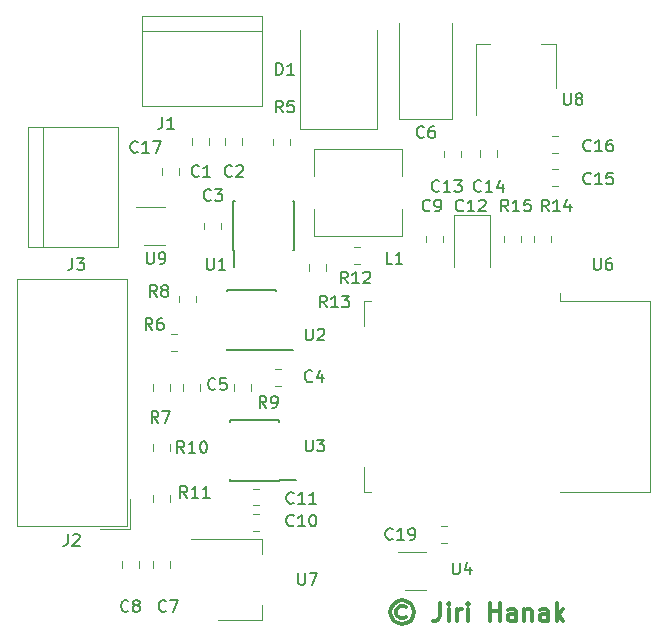
<source format=gbr>
G04 #@! TF.GenerationSoftware,KiCad,Pcbnew,5.0.2-bee76a0~70~ubuntu18.04.1*
G04 #@! TF.CreationDate,2019-05-14T19:54:41+02:00*
G04 #@! TF.ProjectId,support_board,73757070-6f72-4745-9f62-6f6172642e6b,rev?*
G04 #@! TF.SameCoordinates,Original*
G04 #@! TF.FileFunction,Legend,Top*
G04 #@! TF.FilePolarity,Positive*
%FSLAX46Y46*%
G04 Gerber Fmt 4.6, Leading zero omitted, Abs format (unit mm)*
G04 Created by KiCad (PCBNEW 5.0.2-bee76a0~70~ubuntu18.04.1) date Út 14. května 2019, 19:54:41 CEST*
%MOMM*%
%LPD*%
G01*
G04 APERTURE LIST*
%ADD10C,0.300000*%
%ADD11C,0.120000*%
%ADD12C,0.150000*%
G04 APERTURE END LIST*
D10*
X152587285Y-120947714D02*
X152444428Y-120876285D01*
X152158714Y-120876285D01*
X152015857Y-120947714D01*
X151873000Y-121090571D01*
X151801571Y-121233428D01*
X151801571Y-121519142D01*
X151873000Y-121662000D01*
X152015857Y-121804857D01*
X152158714Y-121876285D01*
X152444428Y-121876285D01*
X152587285Y-121804857D01*
X152301571Y-120376285D02*
X151944428Y-120447714D01*
X151587285Y-120662000D01*
X151373000Y-121019142D01*
X151301571Y-121376285D01*
X151373000Y-121733428D01*
X151587285Y-122090571D01*
X151944428Y-122304857D01*
X152301571Y-122376285D01*
X152658714Y-122304857D01*
X153015857Y-122090571D01*
X153230142Y-121733428D01*
X153301571Y-121376285D01*
X153230142Y-121019142D01*
X153015857Y-120662000D01*
X152658714Y-120447714D01*
X152301571Y-120376285D01*
X155515857Y-120590571D02*
X155515857Y-121662000D01*
X155444428Y-121876285D01*
X155301571Y-122019142D01*
X155087285Y-122090571D01*
X154944428Y-122090571D01*
X156230142Y-122090571D02*
X156230142Y-121090571D01*
X156230142Y-120590571D02*
X156158714Y-120662000D01*
X156230142Y-120733428D01*
X156301571Y-120662000D01*
X156230142Y-120590571D01*
X156230142Y-120733428D01*
X156944428Y-122090571D02*
X156944428Y-121090571D01*
X156944428Y-121376285D02*
X157015857Y-121233428D01*
X157087285Y-121162000D01*
X157230142Y-121090571D01*
X157373000Y-121090571D01*
X157873000Y-122090571D02*
X157873000Y-121090571D01*
X157873000Y-120590571D02*
X157801571Y-120662000D01*
X157873000Y-120733428D01*
X157944428Y-120662000D01*
X157873000Y-120590571D01*
X157873000Y-120733428D01*
X159730142Y-122090571D02*
X159730142Y-120590571D01*
X159730142Y-121304857D02*
X160587285Y-121304857D01*
X160587285Y-122090571D02*
X160587285Y-120590571D01*
X161944428Y-122090571D02*
X161944428Y-121304857D01*
X161873000Y-121162000D01*
X161730142Y-121090571D01*
X161444428Y-121090571D01*
X161301571Y-121162000D01*
X161944428Y-122019142D02*
X161801571Y-122090571D01*
X161444428Y-122090571D01*
X161301571Y-122019142D01*
X161230142Y-121876285D01*
X161230142Y-121733428D01*
X161301571Y-121590571D01*
X161444428Y-121519142D01*
X161801571Y-121519142D01*
X161944428Y-121447714D01*
X162658714Y-121090571D02*
X162658714Y-122090571D01*
X162658714Y-121233428D02*
X162730142Y-121162000D01*
X162873000Y-121090571D01*
X163087285Y-121090571D01*
X163230142Y-121162000D01*
X163301571Y-121304857D01*
X163301571Y-122090571D01*
X164658714Y-122090571D02*
X164658714Y-121304857D01*
X164587285Y-121162000D01*
X164444428Y-121090571D01*
X164158714Y-121090571D01*
X164015857Y-121162000D01*
X164658714Y-122019142D02*
X164515857Y-122090571D01*
X164158714Y-122090571D01*
X164015857Y-122019142D01*
X163944428Y-121876285D01*
X163944428Y-121733428D01*
X164015857Y-121590571D01*
X164158714Y-121519142D01*
X164515857Y-121519142D01*
X164658714Y-121447714D01*
X165373000Y-122090571D02*
X165373000Y-120590571D01*
X165515857Y-121519142D02*
X165944428Y-122090571D01*
X165944428Y-121090571D02*
X165373000Y-121662000D01*
D11*
G04 #@! TO.C,J2*
X129258000Y-114312000D02*
X126718000Y-114312000D01*
X129258000Y-114312000D02*
X129258000Y-111772000D01*
X129008000Y-114062000D02*
X119658000Y-114062000D01*
X129008000Y-93202000D02*
X129008000Y-114062000D01*
X119658000Y-93202000D02*
X129008000Y-93202000D01*
X119658000Y-114062000D02*
X119658000Y-93202000D01*
G04 #@! TO.C,R12*
X148715252Y-90476000D02*
X148192748Y-90476000D01*
X148715252Y-91896000D02*
X148192748Y-91896000D01*
G04 #@! TO.C,U6*
X165663000Y-95004000D02*
X165663000Y-94394000D01*
X165663000Y-95004000D02*
X173283000Y-95004000D01*
X149043000Y-95004000D02*
X149663000Y-95004000D01*
X149043000Y-97124000D02*
X149043000Y-95004000D01*
X149043000Y-111244000D02*
X149043000Y-109124000D01*
X149663000Y-111244000D02*
X149043000Y-111244000D01*
X173283000Y-111244000D02*
X165663000Y-111244000D01*
X173283000Y-95004000D02*
X173283000Y-111244000D01*
G04 #@! TO.C,D1*
X143689000Y-80492000D02*
X143689000Y-72092000D01*
X150189000Y-80492000D02*
X150189000Y-72092000D01*
X150189000Y-80492000D02*
X143689000Y-80492000D01*
G04 #@! TO.C,R15*
X160961000Y-89518748D02*
X160961000Y-90041252D01*
X162381000Y-89518748D02*
X162381000Y-90041252D01*
D12*
G04 #@! TO.C,U3*
X141902000Y-110221000D02*
X143302000Y-110221000D01*
X141902000Y-105121000D02*
X137752000Y-105121000D01*
X141902000Y-110271000D02*
X137752000Y-110271000D01*
X141902000Y-105121000D02*
X141902000Y-105266000D01*
X137752000Y-105121000D02*
X137752000Y-105266000D01*
X137752000Y-110271000D02*
X137752000Y-110126000D01*
X141902000Y-110271000D02*
X141902000Y-110221000D01*
D11*
G04 #@! TO.C,U4*
X154363000Y-116312000D02*
X151913000Y-116312000D01*
X152563000Y-119532000D02*
X154363000Y-119532000D01*
D12*
G04 #@! TO.C,U2*
X141648000Y-99172000D02*
X143048000Y-99172000D01*
X141648000Y-94072000D02*
X137498000Y-94072000D01*
X141648000Y-99222000D02*
X137498000Y-99222000D01*
X141648000Y-94072000D02*
X141648000Y-94217000D01*
X137498000Y-94072000D02*
X137498000Y-94217000D01*
X137498000Y-99222000D02*
X137498000Y-99077000D01*
X141648000Y-99222000D02*
X141648000Y-99172000D01*
D11*
G04 #@! TO.C,R14*
X163501000Y-89518748D02*
X163501000Y-90041252D01*
X164921000Y-89518748D02*
X164921000Y-90041252D01*
G04 #@! TO.C,C1*
X134545000Y-81272748D02*
X134545000Y-81795252D01*
X135965000Y-81272748D02*
X135965000Y-81795252D01*
G04 #@! TO.C,C2*
X137339000Y-81263748D02*
X137339000Y-81786252D01*
X138759000Y-81263748D02*
X138759000Y-81786252D01*
G04 #@! TO.C,C3*
X135561000Y-88393748D02*
X135561000Y-88916252D01*
X136981000Y-88393748D02*
X136981000Y-88916252D01*
G04 #@! TO.C,C4*
X142060452Y-100788400D02*
X141537948Y-100788400D01*
X142060452Y-102208400D02*
X141537948Y-102208400D01*
G04 #@! TO.C,C5*
X135203000Y-102614252D02*
X135203000Y-102091748D01*
X133783000Y-102614252D02*
X133783000Y-102091748D01*
G04 #@! TO.C,C7*
X131243000Y-117077748D02*
X131243000Y-117600252D01*
X132663000Y-117077748D02*
X132663000Y-117600252D01*
G04 #@! TO.C,C8*
X128576000Y-117077748D02*
X128576000Y-117600252D01*
X129996000Y-117077748D02*
X129996000Y-117600252D01*
G04 #@! TO.C,C9*
X154357000Y-89536748D02*
X154357000Y-90059252D01*
X155777000Y-89536748D02*
X155777000Y-90059252D01*
G04 #@! TO.C,C10*
X139701748Y-114502000D02*
X140224252Y-114502000D01*
X139701748Y-113082000D02*
X140224252Y-113082000D01*
G04 #@! TO.C,C11*
X139701748Y-112343000D02*
X140224252Y-112343000D01*
X139701748Y-110923000D02*
X140224252Y-110923000D01*
G04 #@! TO.C,C13*
X155881000Y-82297748D02*
X155881000Y-82820252D01*
X157301000Y-82297748D02*
X157301000Y-82820252D01*
G04 #@! TO.C,C14*
X158929000Y-82288748D02*
X158929000Y-82811252D01*
X160349000Y-82288748D02*
X160349000Y-82811252D01*
G04 #@! TO.C,C15*
X164965748Y-85292000D02*
X165488252Y-85292000D01*
X164965748Y-83872000D02*
X165488252Y-83872000D01*
G04 #@! TO.C,C16*
X164965748Y-82498000D02*
X165488252Y-82498000D01*
X164965748Y-81078000D02*
X165488252Y-81078000D01*
G04 #@! TO.C,J1*
X140462000Y-70866000D02*
X130302000Y-70866000D01*
X140462000Y-78486000D02*
X140462000Y-70866000D01*
X130302000Y-78486000D02*
X140462000Y-78486000D01*
X130302000Y-70866000D02*
X130302000Y-78486000D01*
X130302000Y-72136000D02*
X140462000Y-72136000D01*
G04 #@! TO.C,J3*
X120650000Y-80264000D02*
X120650000Y-90424000D01*
X128270000Y-80264000D02*
X120650000Y-80264000D01*
X128270000Y-90424000D02*
X128270000Y-80264000D01*
X120650000Y-90424000D02*
X128270000Y-90424000D01*
X121920000Y-90424000D02*
X121920000Y-80264000D01*
G04 #@! TO.C,R5*
X142823000Y-81804252D02*
X142823000Y-81281748D01*
X141403000Y-81804252D02*
X141403000Y-81281748D01*
G04 #@! TO.C,R6*
X133221252Y-97842000D02*
X132698748Y-97842000D01*
X133221252Y-99262000D02*
X132698748Y-99262000D01*
G04 #@! TO.C,R7*
X131243000Y-102091748D02*
X131243000Y-102614252D01*
X132663000Y-102091748D02*
X132663000Y-102614252D01*
G04 #@! TO.C,R8*
X134822000Y-95121252D02*
X134822000Y-94598748D01*
X133402000Y-95121252D02*
X133402000Y-94598748D01*
G04 #@! TO.C,R9*
X138101000Y-102091748D02*
X138101000Y-102614252D01*
X139521000Y-102091748D02*
X139521000Y-102614252D01*
G04 #@! TO.C,R10*
X131243000Y-107171748D02*
X131243000Y-107694252D01*
X132663000Y-107171748D02*
X132663000Y-107694252D01*
G04 #@! TO.C,R11*
X131243000Y-111498748D02*
X131243000Y-112021252D01*
X132663000Y-111498748D02*
X132663000Y-112021252D01*
D12*
G04 #@! TO.C,U1*
X138064000Y-90721000D02*
X138064000Y-92121000D01*
X143164000Y-90721000D02*
X143164000Y-86571000D01*
X138014000Y-90721000D02*
X138014000Y-86571000D01*
X143164000Y-90721000D02*
X143019000Y-90721000D01*
X143164000Y-86571000D02*
X143019000Y-86571000D01*
X138014000Y-86571000D02*
X138159000Y-86571000D01*
X138014000Y-90721000D02*
X138064000Y-90721000D01*
D11*
G04 #@! TO.C,U7*
X134457000Y-115208000D02*
X140467000Y-115208000D01*
X136707000Y-122028000D02*
X140467000Y-122028000D01*
X140467000Y-115208000D02*
X140467000Y-116468000D01*
X140467000Y-122028000D02*
X140467000Y-120768000D01*
G04 #@! TO.C,U8*
X158515000Y-79284000D02*
X158515000Y-73274000D01*
X165335000Y-77034000D02*
X165335000Y-73274000D01*
X158515000Y-73274000D02*
X159775000Y-73274000D01*
X165335000Y-73274000D02*
X164075000Y-73274000D01*
G04 #@! TO.C,R13*
X144451000Y-91931748D02*
X144451000Y-92454252D01*
X145871000Y-91931748D02*
X145871000Y-92454252D01*
G04 #@! TO.C,C6*
X156565000Y-79594000D02*
X156565000Y-71534000D01*
X152045000Y-79594000D02*
X156565000Y-79594000D01*
X152045000Y-71534000D02*
X152045000Y-79594000D01*
G04 #@! TO.C,U9*
X132218000Y-87036000D02*
X129768000Y-87036000D01*
X130418000Y-90256000D02*
X132218000Y-90256000D01*
G04 #@! TO.C,L1*
X152265000Y-82152000D02*
X152265000Y-84452000D01*
X144865000Y-82152000D02*
X152265000Y-82152000D01*
X144865000Y-84452000D02*
X144865000Y-82152000D01*
X144865000Y-89552000D02*
X144865000Y-87252000D01*
X152265000Y-89552000D02*
X144865000Y-89552000D01*
X152265000Y-87252000D02*
X152265000Y-89552000D01*
G04 #@! TO.C,C12*
X156732000Y-87789000D02*
X156732000Y-92174000D01*
X159752000Y-87789000D02*
X156732000Y-87789000D01*
X159752000Y-92174000D02*
X159752000Y-87789000D01*
G04 #@! TO.C,C17*
X132005000Y-83803748D02*
X132005000Y-84326252D01*
X133425000Y-83803748D02*
X133425000Y-84326252D01*
G04 #@! TO.C,C19*
X156081252Y-114098000D02*
X155558748Y-114098000D01*
X156081252Y-115518000D02*
X155558748Y-115518000D01*
G04 #@! TO.C,J2*
D12*
X123999666Y-114768380D02*
X123999666Y-115482666D01*
X123952047Y-115625523D01*
X123856809Y-115720761D01*
X123713952Y-115768380D01*
X123618714Y-115768380D01*
X124428238Y-114863619D02*
X124475857Y-114816000D01*
X124571095Y-114768380D01*
X124809190Y-114768380D01*
X124904428Y-114816000D01*
X124952047Y-114863619D01*
X124999666Y-114958857D01*
X124999666Y-115054095D01*
X124952047Y-115196952D01*
X124380619Y-115768380D01*
X124999666Y-115768380D01*
G04 #@! TO.C,R12*
X147693142Y-93543380D02*
X147359809Y-93067190D01*
X147121714Y-93543380D02*
X147121714Y-92543380D01*
X147502666Y-92543380D01*
X147597904Y-92591000D01*
X147645523Y-92638619D01*
X147693142Y-92733857D01*
X147693142Y-92876714D01*
X147645523Y-92971952D01*
X147597904Y-93019571D01*
X147502666Y-93067190D01*
X147121714Y-93067190D01*
X148645523Y-93543380D02*
X148074095Y-93543380D01*
X148359809Y-93543380D02*
X148359809Y-92543380D01*
X148264571Y-92686238D01*
X148169333Y-92781476D01*
X148074095Y-92829095D01*
X149026476Y-92638619D02*
X149074095Y-92591000D01*
X149169333Y-92543380D01*
X149407428Y-92543380D01*
X149502666Y-92591000D01*
X149550285Y-92638619D01*
X149597904Y-92733857D01*
X149597904Y-92829095D01*
X149550285Y-92971952D01*
X148978857Y-93543380D01*
X149597904Y-93543380D01*
G04 #@! TO.C,U6*
X168529095Y-91400380D02*
X168529095Y-92209904D01*
X168576714Y-92305142D01*
X168624333Y-92352761D01*
X168719571Y-92400380D01*
X168910047Y-92400380D01*
X169005285Y-92352761D01*
X169052904Y-92305142D01*
X169100523Y-92209904D01*
X169100523Y-91400380D01*
X170005285Y-91400380D02*
X169814809Y-91400380D01*
X169719571Y-91448000D01*
X169671952Y-91495619D01*
X169576714Y-91638476D01*
X169529095Y-91828952D01*
X169529095Y-92209904D01*
X169576714Y-92305142D01*
X169624333Y-92352761D01*
X169719571Y-92400380D01*
X169910047Y-92400380D01*
X170005285Y-92352761D01*
X170052904Y-92305142D01*
X170100523Y-92209904D01*
X170100523Y-91971809D01*
X170052904Y-91876571D01*
X170005285Y-91828952D01*
X169910047Y-91781333D01*
X169719571Y-91781333D01*
X169624333Y-91828952D01*
X169576714Y-91876571D01*
X169529095Y-91971809D01*
G04 #@! TO.C,D1*
X141628904Y-75890380D02*
X141628904Y-74890380D01*
X141867000Y-74890380D01*
X142009857Y-74938000D01*
X142105095Y-75033238D01*
X142152714Y-75128476D01*
X142200333Y-75318952D01*
X142200333Y-75461809D01*
X142152714Y-75652285D01*
X142105095Y-75747523D01*
X142009857Y-75842761D01*
X141867000Y-75890380D01*
X141628904Y-75890380D01*
X143152714Y-75890380D02*
X142581285Y-75890380D01*
X142867000Y-75890380D02*
X142867000Y-74890380D01*
X142771761Y-75033238D01*
X142676523Y-75128476D01*
X142581285Y-75176095D01*
G04 #@! TO.C,R15*
X161282142Y-87447380D02*
X160948809Y-86971190D01*
X160710714Y-87447380D02*
X160710714Y-86447380D01*
X161091666Y-86447380D01*
X161186904Y-86495000D01*
X161234523Y-86542619D01*
X161282142Y-86637857D01*
X161282142Y-86780714D01*
X161234523Y-86875952D01*
X161186904Y-86923571D01*
X161091666Y-86971190D01*
X160710714Y-86971190D01*
X162234523Y-87447380D02*
X161663095Y-87447380D01*
X161948809Y-87447380D02*
X161948809Y-86447380D01*
X161853571Y-86590238D01*
X161758333Y-86685476D01*
X161663095Y-86733095D01*
X163139285Y-86447380D02*
X162663095Y-86447380D01*
X162615476Y-86923571D01*
X162663095Y-86875952D01*
X162758333Y-86828333D01*
X162996428Y-86828333D01*
X163091666Y-86875952D01*
X163139285Y-86923571D01*
X163186904Y-87018809D01*
X163186904Y-87256904D01*
X163139285Y-87352142D01*
X163091666Y-87399761D01*
X162996428Y-87447380D01*
X162758333Y-87447380D01*
X162663095Y-87399761D01*
X162615476Y-87352142D01*
G04 #@! TO.C,U3*
X144145095Y-106767380D02*
X144145095Y-107576904D01*
X144192714Y-107672142D01*
X144240333Y-107719761D01*
X144335571Y-107767380D01*
X144526047Y-107767380D01*
X144621285Y-107719761D01*
X144668904Y-107672142D01*
X144716523Y-107576904D01*
X144716523Y-106767380D01*
X145097476Y-106767380D02*
X145716523Y-106767380D01*
X145383190Y-107148333D01*
X145526047Y-107148333D01*
X145621285Y-107195952D01*
X145668904Y-107243571D01*
X145716523Y-107338809D01*
X145716523Y-107576904D01*
X145668904Y-107672142D01*
X145621285Y-107719761D01*
X145526047Y-107767380D01*
X145240333Y-107767380D01*
X145145095Y-107719761D01*
X145097476Y-107672142D01*
G04 #@! TO.C,U4*
X156591095Y-117181380D02*
X156591095Y-117990904D01*
X156638714Y-118086142D01*
X156686333Y-118133761D01*
X156781571Y-118181380D01*
X156972047Y-118181380D01*
X157067285Y-118133761D01*
X157114904Y-118086142D01*
X157162523Y-117990904D01*
X157162523Y-117181380D01*
X158067285Y-117514714D02*
X158067285Y-118181380D01*
X157829190Y-117133761D02*
X157591095Y-117848047D01*
X158210142Y-117848047D01*
G04 #@! TO.C,U2*
X144145095Y-97369380D02*
X144145095Y-98178904D01*
X144192714Y-98274142D01*
X144240333Y-98321761D01*
X144335571Y-98369380D01*
X144526047Y-98369380D01*
X144621285Y-98321761D01*
X144668904Y-98274142D01*
X144716523Y-98178904D01*
X144716523Y-97369380D01*
X145145095Y-97464619D02*
X145192714Y-97417000D01*
X145287952Y-97369380D01*
X145526047Y-97369380D01*
X145621285Y-97417000D01*
X145668904Y-97464619D01*
X145716523Y-97559857D01*
X145716523Y-97655095D01*
X145668904Y-97797952D01*
X145097476Y-98369380D01*
X145716523Y-98369380D01*
G04 #@! TO.C,R14*
X164711142Y-87447380D02*
X164377809Y-86971190D01*
X164139714Y-87447380D02*
X164139714Y-86447380D01*
X164520666Y-86447380D01*
X164615904Y-86495000D01*
X164663523Y-86542619D01*
X164711142Y-86637857D01*
X164711142Y-86780714D01*
X164663523Y-86875952D01*
X164615904Y-86923571D01*
X164520666Y-86971190D01*
X164139714Y-86971190D01*
X165663523Y-87447380D02*
X165092095Y-87447380D01*
X165377809Y-87447380D02*
X165377809Y-86447380D01*
X165282571Y-86590238D01*
X165187333Y-86685476D01*
X165092095Y-86733095D01*
X166520666Y-86780714D02*
X166520666Y-87447380D01*
X166282571Y-86399761D02*
X166044476Y-87114047D01*
X166663523Y-87114047D01*
G04 #@! TO.C,C1*
X135088333Y-84431142D02*
X135040714Y-84478761D01*
X134897857Y-84526380D01*
X134802619Y-84526380D01*
X134659761Y-84478761D01*
X134564523Y-84383523D01*
X134516904Y-84288285D01*
X134469285Y-84097809D01*
X134469285Y-83954952D01*
X134516904Y-83764476D01*
X134564523Y-83669238D01*
X134659761Y-83574000D01*
X134802619Y-83526380D01*
X134897857Y-83526380D01*
X135040714Y-83574000D01*
X135088333Y-83621619D01*
X136040714Y-84526380D02*
X135469285Y-84526380D01*
X135755000Y-84526380D02*
X135755000Y-83526380D01*
X135659761Y-83669238D01*
X135564523Y-83764476D01*
X135469285Y-83812095D01*
G04 #@! TO.C,C2*
X137882333Y-84431142D02*
X137834714Y-84478761D01*
X137691857Y-84526380D01*
X137596619Y-84526380D01*
X137453761Y-84478761D01*
X137358523Y-84383523D01*
X137310904Y-84288285D01*
X137263285Y-84097809D01*
X137263285Y-83954952D01*
X137310904Y-83764476D01*
X137358523Y-83669238D01*
X137453761Y-83574000D01*
X137596619Y-83526380D01*
X137691857Y-83526380D01*
X137834714Y-83574000D01*
X137882333Y-83621619D01*
X138263285Y-83621619D02*
X138310904Y-83574000D01*
X138406142Y-83526380D01*
X138644238Y-83526380D01*
X138739476Y-83574000D01*
X138787095Y-83621619D01*
X138834714Y-83716857D01*
X138834714Y-83812095D01*
X138787095Y-83954952D01*
X138215666Y-84526380D01*
X138834714Y-84526380D01*
G04 #@! TO.C,C3*
X136104333Y-86463142D02*
X136056714Y-86510761D01*
X135913857Y-86558380D01*
X135818619Y-86558380D01*
X135675761Y-86510761D01*
X135580523Y-86415523D01*
X135532904Y-86320285D01*
X135485285Y-86129809D01*
X135485285Y-85986952D01*
X135532904Y-85796476D01*
X135580523Y-85701238D01*
X135675761Y-85606000D01*
X135818619Y-85558380D01*
X135913857Y-85558380D01*
X136056714Y-85606000D01*
X136104333Y-85653619D01*
X136437666Y-85558380D02*
X137056714Y-85558380D01*
X136723380Y-85939333D01*
X136866238Y-85939333D01*
X136961476Y-85986952D01*
X137009095Y-86034571D01*
X137056714Y-86129809D01*
X137056714Y-86367904D01*
X137009095Y-86463142D01*
X136961476Y-86510761D01*
X136866238Y-86558380D01*
X136580523Y-86558380D01*
X136485285Y-86510761D01*
X136437666Y-86463142D01*
G04 #@! TO.C,C4*
X144689533Y-101810200D02*
X144641914Y-101857819D01*
X144499057Y-101905438D01*
X144403819Y-101905438D01*
X144260961Y-101857819D01*
X144165723Y-101762581D01*
X144118104Y-101667343D01*
X144070485Y-101476867D01*
X144070485Y-101334010D01*
X144118104Y-101143534D01*
X144165723Y-101048296D01*
X144260961Y-100953058D01*
X144403819Y-100905438D01*
X144499057Y-100905438D01*
X144641914Y-100953058D01*
X144689533Y-101000677D01*
X145546676Y-101238772D02*
X145546676Y-101905438D01*
X145308580Y-100857819D02*
X145070485Y-101572105D01*
X145689533Y-101572105D01*
G04 #@! TO.C,C5*
X136485333Y-102465142D02*
X136437714Y-102512761D01*
X136294857Y-102560380D01*
X136199619Y-102560380D01*
X136056761Y-102512761D01*
X135961523Y-102417523D01*
X135913904Y-102322285D01*
X135866285Y-102131809D01*
X135866285Y-101988952D01*
X135913904Y-101798476D01*
X135961523Y-101703238D01*
X136056761Y-101608000D01*
X136199619Y-101560380D01*
X136294857Y-101560380D01*
X136437714Y-101608000D01*
X136485333Y-101655619D01*
X137390095Y-101560380D02*
X136913904Y-101560380D01*
X136866285Y-102036571D01*
X136913904Y-101988952D01*
X137009142Y-101941333D01*
X137247238Y-101941333D01*
X137342476Y-101988952D01*
X137390095Y-102036571D01*
X137437714Y-102131809D01*
X137437714Y-102369904D01*
X137390095Y-102465142D01*
X137342476Y-102512761D01*
X137247238Y-102560380D01*
X137009142Y-102560380D01*
X136913904Y-102512761D01*
X136866285Y-102465142D01*
G04 #@! TO.C,C7*
X132294333Y-121261142D02*
X132246714Y-121308761D01*
X132103857Y-121356380D01*
X132008619Y-121356380D01*
X131865761Y-121308761D01*
X131770523Y-121213523D01*
X131722904Y-121118285D01*
X131675285Y-120927809D01*
X131675285Y-120784952D01*
X131722904Y-120594476D01*
X131770523Y-120499238D01*
X131865761Y-120404000D01*
X132008619Y-120356380D01*
X132103857Y-120356380D01*
X132246714Y-120404000D01*
X132294333Y-120451619D01*
X132627666Y-120356380D02*
X133294333Y-120356380D01*
X132865761Y-121356380D01*
G04 #@! TO.C,C8*
X129119333Y-121252142D02*
X129071714Y-121299761D01*
X128928857Y-121347380D01*
X128833619Y-121347380D01*
X128690761Y-121299761D01*
X128595523Y-121204523D01*
X128547904Y-121109285D01*
X128500285Y-120918809D01*
X128500285Y-120775952D01*
X128547904Y-120585476D01*
X128595523Y-120490238D01*
X128690761Y-120395000D01*
X128833619Y-120347380D01*
X128928857Y-120347380D01*
X129071714Y-120395000D01*
X129119333Y-120442619D01*
X129690761Y-120775952D02*
X129595523Y-120728333D01*
X129547904Y-120680714D01*
X129500285Y-120585476D01*
X129500285Y-120537857D01*
X129547904Y-120442619D01*
X129595523Y-120395000D01*
X129690761Y-120347380D01*
X129881238Y-120347380D01*
X129976476Y-120395000D01*
X130024095Y-120442619D01*
X130071714Y-120537857D01*
X130071714Y-120585476D01*
X130024095Y-120680714D01*
X129976476Y-120728333D01*
X129881238Y-120775952D01*
X129690761Y-120775952D01*
X129595523Y-120823571D01*
X129547904Y-120871190D01*
X129500285Y-120966428D01*
X129500285Y-121156904D01*
X129547904Y-121252142D01*
X129595523Y-121299761D01*
X129690761Y-121347380D01*
X129881238Y-121347380D01*
X129976476Y-121299761D01*
X130024095Y-121252142D01*
X130071714Y-121156904D01*
X130071714Y-120966428D01*
X130024095Y-120871190D01*
X129976476Y-120823571D01*
X129881238Y-120775952D01*
G04 #@! TO.C,C9*
X154646333Y-87352142D02*
X154598714Y-87399761D01*
X154455857Y-87447380D01*
X154360619Y-87447380D01*
X154217761Y-87399761D01*
X154122523Y-87304523D01*
X154074904Y-87209285D01*
X154027285Y-87018809D01*
X154027285Y-86875952D01*
X154074904Y-86685476D01*
X154122523Y-86590238D01*
X154217761Y-86495000D01*
X154360619Y-86447380D01*
X154455857Y-86447380D01*
X154598714Y-86495000D01*
X154646333Y-86542619D01*
X155122523Y-87447380D02*
X155313000Y-87447380D01*
X155408238Y-87399761D01*
X155455857Y-87352142D01*
X155551095Y-87209285D01*
X155598714Y-87018809D01*
X155598714Y-86637857D01*
X155551095Y-86542619D01*
X155503476Y-86495000D01*
X155408238Y-86447380D01*
X155217761Y-86447380D01*
X155122523Y-86495000D01*
X155074904Y-86542619D01*
X155027285Y-86637857D01*
X155027285Y-86875952D01*
X155074904Y-86971190D01*
X155122523Y-87018809D01*
X155217761Y-87066428D01*
X155408238Y-87066428D01*
X155503476Y-87018809D01*
X155551095Y-86971190D01*
X155598714Y-86875952D01*
G04 #@! TO.C,C10*
X143121142Y-114022142D02*
X143073523Y-114069761D01*
X142930666Y-114117380D01*
X142835428Y-114117380D01*
X142692571Y-114069761D01*
X142597333Y-113974523D01*
X142549714Y-113879285D01*
X142502095Y-113688809D01*
X142502095Y-113545952D01*
X142549714Y-113355476D01*
X142597333Y-113260238D01*
X142692571Y-113165000D01*
X142835428Y-113117380D01*
X142930666Y-113117380D01*
X143073523Y-113165000D01*
X143121142Y-113212619D01*
X144073523Y-114117380D02*
X143502095Y-114117380D01*
X143787809Y-114117380D02*
X143787809Y-113117380D01*
X143692571Y-113260238D01*
X143597333Y-113355476D01*
X143502095Y-113403095D01*
X144692571Y-113117380D02*
X144787809Y-113117380D01*
X144883047Y-113165000D01*
X144930666Y-113212619D01*
X144978285Y-113307857D01*
X145025904Y-113498333D01*
X145025904Y-113736428D01*
X144978285Y-113926904D01*
X144930666Y-114022142D01*
X144883047Y-114069761D01*
X144787809Y-114117380D01*
X144692571Y-114117380D01*
X144597333Y-114069761D01*
X144549714Y-114022142D01*
X144502095Y-113926904D01*
X144454476Y-113736428D01*
X144454476Y-113498333D01*
X144502095Y-113307857D01*
X144549714Y-113212619D01*
X144597333Y-113165000D01*
X144692571Y-113117380D01*
G04 #@! TO.C,C11*
X143121142Y-112117142D02*
X143073523Y-112164761D01*
X142930666Y-112212380D01*
X142835428Y-112212380D01*
X142692571Y-112164761D01*
X142597333Y-112069523D01*
X142549714Y-111974285D01*
X142502095Y-111783809D01*
X142502095Y-111640952D01*
X142549714Y-111450476D01*
X142597333Y-111355238D01*
X142692571Y-111260000D01*
X142835428Y-111212380D01*
X142930666Y-111212380D01*
X143073523Y-111260000D01*
X143121142Y-111307619D01*
X144073523Y-112212380D02*
X143502095Y-112212380D01*
X143787809Y-112212380D02*
X143787809Y-111212380D01*
X143692571Y-111355238D01*
X143597333Y-111450476D01*
X143502095Y-111498095D01*
X145025904Y-112212380D02*
X144454476Y-112212380D01*
X144740190Y-112212380D02*
X144740190Y-111212380D01*
X144644952Y-111355238D01*
X144549714Y-111450476D01*
X144454476Y-111498095D01*
G04 #@! TO.C,C13*
X155440142Y-85701142D02*
X155392523Y-85748761D01*
X155249666Y-85796380D01*
X155154428Y-85796380D01*
X155011571Y-85748761D01*
X154916333Y-85653523D01*
X154868714Y-85558285D01*
X154821095Y-85367809D01*
X154821095Y-85224952D01*
X154868714Y-85034476D01*
X154916333Y-84939238D01*
X155011571Y-84844000D01*
X155154428Y-84796380D01*
X155249666Y-84796380D01*
X155392523Y-84844000D01*
X155440142Y-84891619D01*
X156392523Y-85796380D02*
X155821095Y-85796380D01*
X156106809Y-85796380D02*
X156106809Y-84796380D01*
X156011571Y-84939238D01*
X155916333Y-85034476D01*
X155821095Y-85082095D01*
X156725857Y-84796380D02*
X157344904Y-84796380D01*
X157011571Y-85177333D01*
X157154428Y-85177333D01*
X157249666Y-85224952D01*
X157297285Y-85272571D01*
X157344904Y-85367809D01*
X157344904Y-85605904D01*
X157297285Y-85701142D01*
X157249666Y-85748761D01*
X157154428Y-85796380D01*
X156868714Y-85796380D01*
X156773476Y-85748761D01*
X156725857Y-85701142D01*
G04 #@! TO.C,C14*
X158996142Y-85701142D02*
X158948523Y-85748761D01*
X158805666Y-85796380D01*
X158710428Y-85796380D01*
X158567571Y-85748761D01*
X158472333Y-85653523D01*
X158424714Y-85558285D01*
X158377095Y-85367809D01*
X158377095Y-85224952D01*
X158424714Y-85034476D01*
X158472333Y-84939238D01*
X158567571Y-84844000D01*
X158710428Y-84796380D01*
X158805666Y-84796380D01*
X158948523Y-84844000D01*
X158996142Y-84891619D01*
X159948523Y-85796380D02*
X159377095Y-85796380D01*
X159662809Y-85796380D02*
X159662809Y-84796380D01*
X159567571Y-84939238D01*
X159472333Y-85034476D01*
X159377095Y-85082095D01*
X160805666Y-85129714D02*
X160805666Y-85796380D01*
X160567571Y-84748761D02*
X160329476Y-85463047D01*
X160948523Y-85463047D01*
G04 #@! TO.C,C15*
X168267142Y-85066142D02*
X168219523Y-85113761D01*
X168076666Y-85161380D01*
X167981428Y-85161380D01*
X167838571Y-85113761D01*
X167743333Y-85018523D01*
X167695714Y-84923285D01*
X167648095Y-84732809D01*
X167648095Y-84589952D01*
X167695714Y-84399476D01*
X167743333Y-84304238D01*
X167838571Y-84209000D01*
X167981428Y-84161380D01*
X168076666Y-84161380D01*
X168219523Y-84209000D01*
X168267142Y-84256619D01*
X169219523Y-85161380D02*
X168648095Y-85161380D01*
X168933809Y-85161380D02*
X168933809Y-84161380D01*
X168838571Y-84304238D01*
X168743333Y-84399476D01*
X168648095Y-84447095D01*
X170124285Y-84161380D02*
X169648095Y-84161380D01*
X169600476Y-84637571D01*
X169648095Y-84589952D01*
X169743333Y-84542333D01*
X169981428Y-84542333D01*
X170076666Y-84589952D01*
X170124285Y-84637571D01*
X170171904Y-84732809D01*
X170171904Y-84970904D01*
X170124285Y-85066142D01*
X170076666Y-85113761D01*
X169981428Y-85161380D01*
X169743333Y-85161380D01*
X169648095Y-85113761D01*
X169600476Y-85066142D01*
G04 #@! TO.C,C16*
X168267142Y-82272142D02*
X168219523Y-82319761D01*
X168076666Y-82367380D01*
X167981428Y-82367380D01*
X167838571Y-82319761D01*
X167743333Y-82224523D01*
X167695714Y-82129285D01*
X167648095Y-81938809D01*
X167648095Y-81795952D01*
X167695714Y-81605476D01*
X167743333Y-81510238D01*
X167838571Y-81415000D01*
X167981428Y-81367380D01*
X168076666Y-81367380D01*
X168219523Y-81415000D01*
X168267142Y-81462619D01*
X169219523Y-82367380D02*
X168648095Y-82367380D01*
X168933809Y-82367380D02*
X168933809Y-81367380D01*
X168838571Y-81510238D01*
X168743333Y-81605476D01*
X168648095Y-81653095D01*
X170076666Y-81367380D02*
X169886190Y-81367380D01*
X169790952Y-81415000D01*
X169743333Y-81462619D01*
X169648095Y-81605476D01*
X169600476Y-81795952D01*
X169600476Y-82176904D01*
X169648095Y-82272142D01*
X169695714Y-82319761D01*
X169790952Y-82367380D01*
X169981428Y-82367380D01*
X170076666Y-82319761D01*
X170124285Y-82272142D01*
X170171904Y-82176904D01*
X170171904Y-81938809D01*
X170124285Y-81843571D01*
X170076666Y-81795952D01*
X169981428Y-81748333D01*
X169790952Y-81748333D01*
X169695714Y-81795952D01*
X169648095Y-81843571D01*
X169600476Y-81938809D01*
G04 #@! TO.C,J1*
X132000666Y-79462380D02*
X132000666Y-80176666D01*
X131953047Y-80319523D01*
X131857809Y-80414761D01*
X131714952Y-80462380D01*
X131619714Y-80462380D01*
X133000666Y-80462380D02*
X132429238Y-80462380D01*
X132714952Y-80462380D02*
X132714952Y-79462380D01*
X132619714Y-79605238D01*
X132524476Y-79700476D01*
X132429238Y-79748095D01*
G04 #@! TO.C,J3*
X124380666Y-91400380D02*
X124380666Y-92114666D01*
X124333047Y-92257523D01*
X124237809Y-92352761D01*
X124094952Y-92400380D01*
X123999714Y-92400380D01*
X124761619Y-91400380D02*
X125380666Y-91400380D01*
X125047333Y-91781333D01*
X125190190Y-91781333D01*
X125285428Y-91828952D01*
X125333047Y-91876571D01*
X125380666Y-91971809D01*
X125380666Y-92209904D01*
X125333047Y-92305142D01*
X125285428Y-92352761D01*
X125190190Y-92400380D01*
X124904476Y-92400380D01*
X124809238Y-92352761D01*
X124761619Y-92305142D01*
G04 #@! TO.C,R5*
X142200333Y-79065380D02*
X141867000Y-78589190D01*
X141628904Y-79065380D02*
X141628904Y-78065380D01*
X142009857Y-78065380D01*
X142105095Y-78113000D01*
X142152714Y-78160619D01*
X142200333Y-78255857D01*
X142200333Y-78398714D01*
X142152714Y-78493952D01*
X142105095Y-78541571D01*
X142009857Y-78589190D01*
X141628904Y-78589190D01*
X143105095Y-78065380D02*
X142628904Y-78065380D01*
X142581285Y-78541571D01*
X142628904Y-78493952D01*
X142724142Y-78446333D01*
X142962238Y-78446333D01*
X143057476Y-78493952D01*
X143105095Y-78541571D01*
X143152714Y-78636809D01*
X143152714Y-78874904D01*
X143105095Y-78970142D01*
X143057476Y-79017761D01*
X142962238Y-79065380D01*
X142724142Y-79065380D01*
X142628904Y-79017761D01*
X142581285Y-78970142D01*
G04 #@! TO.C,R6*
X131151333Y-97480380D02*
X130818000Y-97004190D01*
X130579904Y-97480380D02*
X130579904Y-96480380D01*
X130960857Y-96480380D01*
X131056095Y-96528000D01*
X131103714Y-96575619D01*
X131151333Y-96670857D01*
X131151333Y-96813714D01*
X131103714Y-96908952D01*
X131056095Y-96956571D01*
X130960857Y-97004190D01*
X130579904Y-97004190D01*
X132008476Y-96480380D02*
X131818000Y-96480380D01*
X131722761Y-96528000D01*
X131675142Y-96575619D01*
X131579904Y-96718476D01*
X131532285Y-96908952D01*
X131532285Y-97289904D01*
X131579904Y-97385142D01*
X131627523Y-97432761D01*
X131722761Y-97480380D01*
X131913238Y-97480380D01*
X132008476Y-97432761D01*
X132056095Y-97385142D01*
X132103714Y-97289904D01*
X132103714Y-97051809D01*
X132056095Y-96956571D01*
X132008476Y-96908952D01*
X131913238Y-96861333D01*
X131722761Y-96861333D01*
X131627523Y-96908952D01*
X131579904Y-96956571D01*
X131532285Y-97051809D01*
G04 #@! TO.C,R7*
X131659333Y-105354380D02*
X131326000Y-104878190D01*
X131087904Y-105354380D02*
X131087904Y-104354380D01*
X131468857Y-104354380D01*
X131564095Y-104402000D01*
X131611714Y-104449619D01*
X131659333Y-104544857D01*
X131659333Y-104687714D01*
X131611714Y-104782952D01*
X131564095Y-104830571D01*
X131468857Y-104878190D01*
X131087904Y-104878190D01*
X131992666Y-104354380D02*
X132659333Y-104354380D01*
X132230761Y-105354380D01*
G04 #@! TO.C,R8*
X131532333Y-94686380D02*
X131199000Y-94210190D01*
X130960904Y-94686380D02*
X130960904Y-93686380D01*
X131341857Y-93686380D01*
X131437095Y-93734000D01*
X131484714Y-93781619D01*
X131532333Y-93876857D01*
X131532333Y-94019714D01*
X131484714Y-94114952D01*
X131437095Y-94162571D01*
X131341857Y-94210190D01*
X130960904Y-94210190D01*
X132103761Y-94114952D02*
X132008523Y-94067333D01*
X131960904Y-94019714D01*
X131913285Y-93924476D01*
X131913285Y-93876857D01*
X131960904Y-93781619D01*
X132008523Y-93734000D01*
X132103761Y-93686380D01*
X132294238Y-93686380D01*
X132389476Y-93734000D01*
X132437095Y-93781619D01*
X132484714Y-93876857D01*
X132484714Y-93924476D01*
X132437095Y-94019714D01*
X132389476Y-94067333D01*
X132294238Y-94114952D01*
X132103761Y-94114952D01*
X132008523Y-94162571D01*
X131960904Y-94210190D01*
X131913285Y-94305428D01*
X131913285Y-94495904D01*
X131960904Y-94591142D01*
X132008523Y-94638761D01*
X132103761Y-94686380D01*
X132294238Y-94686380D01*
X132389476Y-94638761D01*
X132437095Y-94591142D01*
X132484714Y-94495904D01*
X132484714Y-94305428D01*
X132437095Y-94210190D01*
X132389476Y-94162571D01*
X132294238Y-94114952D01*
G04 #@! TO.C,R9*
X140803333Y-104084380D02*
X140470000Y-103608190D01*
X140231904Y-104084380D02*
X140231904Y-103084380D01*
X140612857Y-103084380D01*
X140708095Y-103132000D01*
X140755714Y-103179619D01*
X140803333Y-103274857D01*
X140803333Y-103417714D01*
X140755714Y-103512952D01*
X140708095Y-103560571D01*
X140612857Y-103608190D01*
X140231904Y-103608190D01*
X141279523Y-104084380D02*
X141470000Y-104084380D01*
X141565238Y-104036761D01*
X141612857Y-103989142D01*
X141708095Y-103846285D01*
X141755714Y-103655809D01*
X141755714Y-103274857D01*
X141708095Y-103179619D01*
X141660476Y-103132000D01*
X141565238Y-103084380D01*
X141374761Y-103084380D01*
X141279523Y-103132000D01*
X141231904Y-103179619D01*
X141184285Y-103274857D01*
X141184285Y-103512952D01*
X141231904Y-103608190D01*
X141279523Y-103655809D01*
X141374761Y-103703428D01*
X141565238Y-103703428D01*
X141660476Y-103655809D01*
X141708095Y-103608190D01*
X141755714Y-103512952D01*
G04 #@! TO.C,R10*
X133850142Y-107894380D02*
X133516809Y-107418190D01*
X133278714Y-107894380D02*
X133278714Y-106894380D01*
X133659666Y-106894380D01*
X133754904Y-106942000D01*
X133802523Y-106989619D01*
X133850142Y-107084857D01*
X133850142Y-107227714D01*
X133802523Y-107322952D01*
X133754904Y-107370571D01*
X133659666Y-107418190D01*
X133278714Y-107418190D01*
X134802523Y-107894380D02*
X134231095Y-107894380D01*
X134516809Y-107894380D02*
X134516809Y-106894380D01*
X134421571Y-107037238D01*
X134326333Y-107132476D01*
X134231095Y-107180095D01*
X135421571Y-106894380D02*
X135516809Y-106894380D01*
X135612047Y-106942000D01*
X135659666Y-106989619D01*
X135707285Y-107084857D01*
X135754904Y-107275333D01*
X135754904Y-107513428D01*
X135707285Y-107703904D01*
X135659666Y-107799142D01*
X135612047Y-107846761D01*
X135516809Y-107894380D01*
X135421571Y-107894380D01*
X135326333Y-107846761D01*
X135278714Y-107799142D01*
X135231095Y-107703904D01*
X135183476Y-107513428D01*
X135183476Y-107275333D01*
X135231095Y-107084857D01*
X135278714Y-106989619D01*
X135326333Y-106942000D01*
X135421571Y-106894380D01*
G04 #@! TO.C,R11*
X134104142Y-111704380D02*
X133770809Y-111228190D01*
X133532714Y-111704380D02*
X133532714Y-110704380D01*
X133913666Y-110704380D01*
X134008904Y-110752000D01*
X134056523Y-110799619D01*
X134104142Y-110894857D01*
X134104142Y-111037714D01*
X134056523Y-111132952D01*
X134008904Y-111180571D01*
X133913666Y-111228190D01*
X133532714Y-111228190D01*
X135056523Y-111704380D02*
X134485095Y-111704380D01*
X134770809Y-111704380D02*
X134770809Y-110704380D01*
X134675571Y-110847238D01*
X134580333Y-110942476D01*
X134485095Y-110990095D01*
X136008904Y-111704380D02*
X135437476Y-111704380D01*
X135723190Y-111704380D02*
X135723190Y-110704380D01*
X135627952Y-110847238D01*
X135532714Y-110942476D01*
X135437476Y-110990095D01*
G04 #@! TO.C,U1*
X135763095Y-91400380D02*
X135763095Y-92209904D01*
X135810714Y-92305142D01*
X135858333Y-92352761D01*
X135953571Y-92400380D01*
X136144047Y-92400380D01*
X136239285Y-92352761D01*
X136286904Y-92305142D01*
X136334523Y-92209904D01*
X136334523Y-91400380D01*
X137334523Y-92400380D02*
X136763095Y-92400380D01*
X137048809Y-92400380D02*
X137048809Y-91400380D01*
X136953571Y-91543238D01*
X136858333Y-91638476D01*
X136763095Y-91686095D01*
G04 #@! TO.C,U7*
X143510095Y-118070380D02*
X143510095Y-118879904D01*
X143557714Y-118975142D01*
X143605333Y-119022761D01*
X143700571Y-119070380D01*
X143891047Y-119070380D01*
X143986285Y-119022761D01*
X144033904Y-118975142D01*
X144081523Y-118879904D01*
X144081523Y-118070380D01*
X144462476Y-118070380D02*
X145129142Y-118070380D01*
X144700571Y-119070380D01*
G04 #@! TO.C,U8*
X165989095Y-77430380D02*
X165989095Y-78239904D01*
X166036714Y-78335142D01*
X166084333Y-78382761D01*
X166179571Y-78430380D01*
X166370047Y-78430380D01*
X166465285Y-78382761D01*
X166512904Y-78335142D01*
X166560523Y-78239904D01*
X166560523Y-77430380D01*
X167179571Y-77858952D02*
X167084333Y-77811333D01*
X167036714Y-77763714D01*
X166989095Y-77668476D01*
X166989095Y-77620857D01*
X167036714Y-77525619D01*
X167084333Y-77478000D01*
X167179571Y-77430380D01*
X167370047Y-77430380D01*
X167465285Y-77478000D01*
X167512904Y-77525619D01*
X167560523Y-77620857D01*
X167560523Y-77668476D01*
X167512904Y-77763714D01*
X167465285Y-77811333D01*
X167370047Y-77858952D01*
X167179571Y-77858952D01*
X167084333Y-77906571D01*
X167036714Y-77954190D01*
X166989095Y-78049428D01*
X166989095Y-78239904D01*
X167036714Y-78335142D01*
X167084333Y-78382761D01*
X167179571Y-78430380D01*
X167370047Y-78430380D01*
X167465285Y-78382761D01*
X167512904Y-78335142D01*
X167560523Y-78239904D01*
X167560523Y-78049428D01*
X167512904Y-77954190D01*
X167465285Y-77906571D01*
X167370047Y-77858952D01*
G04 #@! TO.C,R13*
X145915142Y-95575380D02*
X145581809Y-95099190D01*
X145343714Y-95575380D02*
X145343714Y-94575380D01*
X145724666Y-94575380D01*
X145819904Y-94623000D01*
X145867523Y-94670619D01*
X145915142Y-94765857D01*
X145915142Y-94908714D01*
X145867523Y-95003952D01*
X145819904Y-95051571D01*
X145724666Y-95099190D01*
X145343714Y-95099190D01*
X146867523Y-95575380D02*
X146296095Y-95575380D01*
X146581809Y-95575380D02*
X146581809Y-94575380D01*
X146486571Y-94718238D01*
X146391333Y-94813476D01*
X146296095Y-94861095D01*
X147200857Y-94575380D02*
X147819904Y-94575380D01*
X147486571Y-94956333D01*
X147629428Y-94956333D01*
X147724666Y-95003952D01*
X147772285Y-95051571D01*
X147819904Y-95146809D01*
X147819904Y-95384904D01*
X147772285Y-95480142D01*
X147724666Y-95527761D01*
X147629428Y-95575380D01*
X147343714Y-95575380D01*
X147248476Y-95527761D01*
X147200857Y-95480142D01*
G04 #@! TO.C,C6*
X154138333Y-81129142D02*
X154090714Y-81176761D01*
X153947857Y-81224380D01*
X153852619Y-81224380D01*
X153709761Y-81176761D01*
X153614523Y-81081523D01*
X153566904Y-80986285D01*
X153519285Y-80795809D01*
X153519285Y-80652952D01*
X153566904Y-80462476D01*
X153614523Y-80367238D01*
X153709761Y-80272000D01*
X153852619Y-80224380D01*
X153947857Y-80224380D01*
X154090714Y-80272000D01*
X154138333Y-80319619D01*
X154995476Y-80224380D02*
X154805000Y-80224380D01*
X154709761Y-80272000D01*
X154662142Y-80319619D01*
X154566904Y-80462476D01*
X154519285Y-80652952D01*
X154519285Y-81033904D01*
X154566904Y-81129142D01*
X154614523Y-81176761D01*
X154709761Y-81224380D01*
X154900238Y-81224380D01*
X154995476Y-81176761D01*
X155043095Y-81129142D01*
X155090714Y-81033904D01*
X155090714Y-80795809D01*
X155043095Y-80700571D01*
X154995476Y-80652952D01*
X154900238Y-80605333D01*
X154709761Y-80605333D01*
X154614523Y-80652952D01*
X154566904Y-80700571D01*
X154519285Y-80795809D01*
G04 #@! TO.C,U9*
X130683095Y-90892380D02*
X130683095Y-91701904D01*
X130730714Y-91797142D01*
X130778333Y-91844761D01*
X130873571Y-91892380D01*
X131064047Y-91892380D01*
X131159285Y-91844761D01*
X131206904Y-91797142D01*
X131254523Y-91701904D01*
X131254523Y-90892380D01*
X131778333Y-91892380D02*
X131968809Y-91892380D01*
X132064047Y-91844761D01*
X132111666Y-91797142D01*
X132206904Y-91654285D01*
X132254523Y-91463809D01*
X132254523Y-91082857D01*
X132206904Y-90987619D01*
X132159285Y-90940000D01*
X132064047Y-90892380D01*
X131873571Y-90892380D01*
X131778333Y-90940000D01*
X131730714Y-90987619D01*
X131683095Y-91082857D01*
X131683095Y-91320952D01*
X131730714Y-91416190D01*
X131778333Y-91463809D01*
X131873571Y-91511428D01*
X132064047Y-91511428D01*
X132159285Y-91463809D01*
X132206904Y-91416190D01*
X132254523Y-91320952D01*
G04 #@! TO.C,L1*
X151471333Y-91892380D02*
X150995142Y-91892380D01*
X150995142Y-90892380D01*
X152328476Y-91892380D02*
X151757047Y-91892380D01*
X152042761Y-91892380D02*
X152042761Y-90892380D01*
X151947523Y-91035238D01*
X151852285Y-91130476D01*
X151757047Y-91178095D01*
G04 #@! TO.C,C12*
X157472142Y-87352142D02*
X157424523Y-87399761D01*
X157281666Y-87447380D01*
X157186428Y-87447380D01*
X157043571Y-87399761D01*
X156948333Y-87304523D01*
X156900714Y-87209285D01*
X156853095Y-87018809D01*
X156853095Y-86875952D01*
X156900714Y-86685476D01*
X156948333Y-86590238D01*
X157043571Y-86495000D01*
X157186428Y-86447380D01*
X157281666Y-86447380D01*
X157424523Y-86495000D01*
X157472142Y-86542619D01*
X158424523Y-87447380D02*
X157853095Y-87447380D01*
X158138809Y-87447380D02*
X158138809Y-86447380D01*
X158043571Y-86590238D01*
X157948333Y-86685476D01*
X157853095Y-86733095D01*
X158805476Y-86542619D02*
X158853095Y-86495000D01*
X158948333Y-86447380D01*
X159186428Y-86447380D01*
X159281666Y-86495000D01*
X159329285Y-86542619D01*
X159376904Y-86637857D01*
X159376904Y-86733095D01*
X159329285Y-86875952D01*
X158757857Y-87447380D01*
X159376904Y-87447380D01*
G04 #@! TO.C,C17*
X129913142Y-82399142D02*
X129865523Y-82446761D01*
X129722666Y-82494380D01*
X129627428Y-82494380D01*
X129484571Y-82446761D01*
X129389333Y-82351523D01*
X129341714Y-82256285D01*
X129294095Y-82065809D01*
X129294095Y-81922952D01*
X129341714Y-81732476D01*
X129389333Y-81637238D01*
X129484571Y-81542000D01*
X129627428Y-81494380D01*
X129722666Y-81494380D01*
X129865523Y-81542000D01*
X129913142Y-81589619D01*
X130865523Y-82494380D02*
X130294095Y-82494380D01*
X130579809Y-82494380D02*
X130579809Y-81494380D01*
X130484571Y-81637238D01*
X130389333Y-81732476D01*
X130294095Y-81780095D01*
X131198857Y-81494380D02*
X131865523Y-81494380D01*
X131436952Y-82494380D01*
G04 #@! TO.C,C19*
X151503142Y-115165142D02*
X151455523Y-115212761D01*
X151312666Y-115260380D01*
X151217428Y-115260380D01*
X151074571Y-115212761D01*
X150979333Y-115117523D01*
X150931714Y-115022285D01*
X150884095Y-114831809D01*
X150884095Y-114688952D01*
X150931714Y-114498476D01*
X150979333Y-114403238D01*
X151074571Y-114308000D01*
X151217428Y-114260380D01*
X151312666Y-114260380D01*
X151455523Y-114308000D01*
X151503142Y-114355619D01*
X152455523Y-115260380D02*
X151884095Y-115260380D01*
X152169809Y-115260380D02*
X152169809Y-114260380D01*
X152074571Y-114403238D01*
X151979333Y-114498476D01*
X151884095Y-114546095D01*
X152931714Y-115260380D02*
X153122190Y-115260380D01*
X153217428Y-115212761D01*
X153265047Y-115165142D01*
X153360285Y-115022285D01*
X153407904Y-114831809D01*
X153407904Y-114450857D01*
X153360285Y-114355619D01*
X153312666Y-114308000D01*
X153217428Y-114260380D01*
X153026952Y-114260380D01*
X152931714Y-114308000D01*
X152884095Y-114355619D01*
X152836476Y-114450857D01*
X152836476Y-114688952D01*
X152884095Y-114784190D01*
X152931714Y-114831809D01*
X153026952Y-114879428D01*
X153217428Y-114879428D01*
X153312666Y-114831809D01*
X153360285Y-114784190D01*
X153407904Y-114688952D01*
G04 #@! TD*
M02*

</source>
